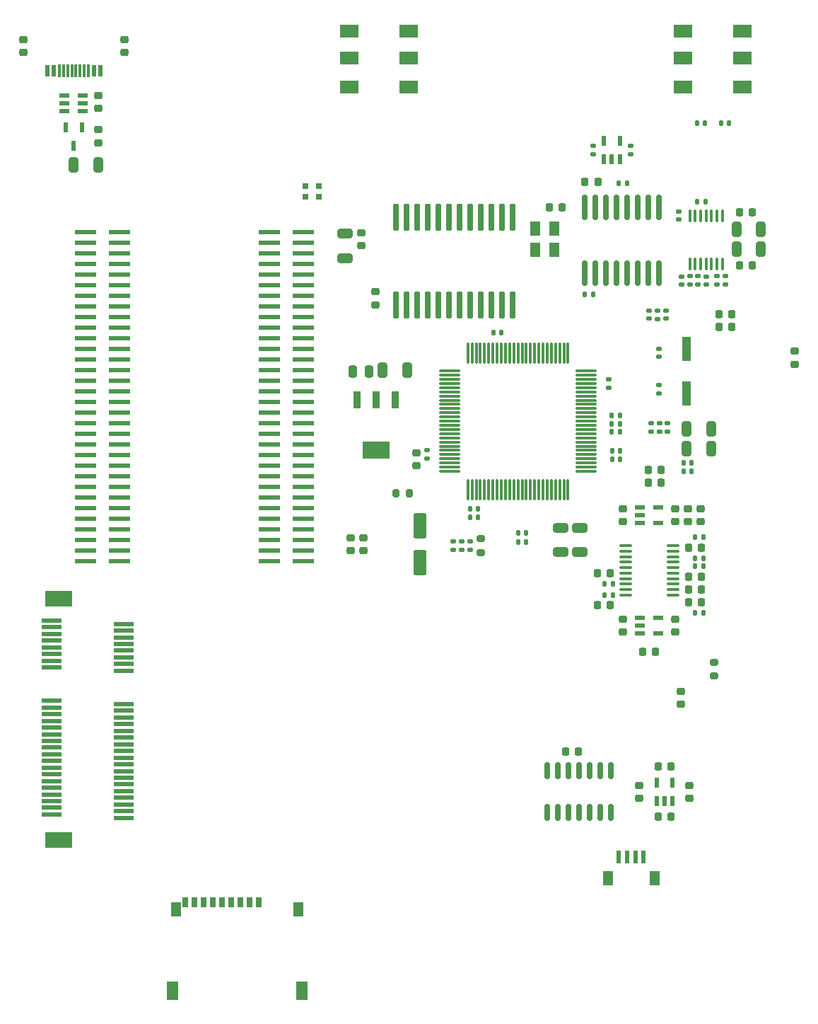
<source format=gtp>
G04 #@! TF.GenerationSoftware,KiCad,Pcbnew,9.0.0*
G04 #@! TF.CreationDate,2025-03-14T14:49:40-04:00*
G04 #@! TF.ProjectId,MiniCamel_long_rev.A,4d696e69-4361-46d6-956c-5f6c6f6e675f,2.1*
G04 #@! TF.SameCoordinates,PX16e3600PY6052340*
G04 #@! TF.FileFunction,Paste,Top*
G04 #@! TF.FilePolarity,Positive*
%FSLAX46Y46*%
G04 Gerber Fmt 4.6, Leading zero omitted, Abs format (unit mm)*
G04 Created by KiCad (PCBNEW 9.0.0) date 2025-03-14 14:49:40*
%MOMM*%
%LPD*%
G01*
G04 APERTURE LIST*
G04 Aperture macros list*
%AMRoundRect*
0 Rectangle with rounded corners*
0 $1 Rounding radius*
0 $2 $3 $4 $5 $6 $7 $8 $9 X,Y pos of 4 corners*
0 Add a 4 corners polygon primitive as box body*
4,1,4,$2,$3,$4,$5,$6,$7,$8,$9,$2,$3,0*
0 Add four circle primitives for the rounded corners*
1,1,$1+$1,$2,$3*
1,1,$1+$1,$4,$5*
1,1,$1+$1,$6,$7*
1,1,$1+$1,$8,$9*
0 Add four rect primitives between the rounded corners*
20,1,$1+$1,$2,$3,$4,$5,0*
20,1,$1+$1,$4,$5,$6,$7,0*
20,1,$1+$1,$6,$7,$8,$9,0*
20,1,$1+$1,$8,$9,$2,$3,0*%
G04 Aperture macros list end*
%ADD10RoundRect,0.250000X0.650000X-0.325000X0.650000X0.325000X-0.650000X0.325000X-0.650000X-0.325000X0*%
%ADD11RoundRect,0.225000X-0.225000X-0.250000X0.225000X-0.250000X0.225000X0.250000X-0.225000X0.250000X0*%
%ADD12RoundRect,0.140000X-0.170000X0.140000X-0.170000X-0.140000X0.170000X-0.140000X0.170000X0.140000X0*%
%ADD13RoundRect,0.140000X0.140000X0.170000X-0.140000X0.170000X-0.140000X-0.170000X0.140000X-0.170000X0*%
%ADD14RoundRect,0.225000X-0.250000X0.225000X-0.250000X-0.225000X0.250000X-0.225000X0.250000X0.225000X0*%
%ADD15RoundRect,0.225000X0.225000X0.250000X-0.225000X0.250000X-0.225000X-0.250000X0.225000X-0.250000X0*%
%ADD16RoundRect,0.135000X-0.135000X-0.185000X0.135000X-0.185000X0.135000X0.185000X-0.135000X0.185000X0*%
%ADD17R,2.200000X1.600000*%
%ADD18RoundRect,0.135000X-0.185000X0.135000X-0.185000X-0.135000X0.185000X-0.135000X0.185000X0.135000X0*%
%ADD19RoundRect,0.135000X0.185000X-0.135000X0.185000X0.135000X-0.185000X0.135000X-0.185000X-0.135000X0*%
%ADD20RoundRect,0.100000X-0.100000X0.637500X-0.100000X-0.637500X0.100000X-0.637500X0.100000X0.637500X0*%
%ADD21RoundRect,0.225000X0.250000X-0.225000X0.250000X0.225000X-0.250000X0.225000X-0.250000X-0.225000X0*%
%ADD22RoundRect,0.162500X0.162500X-1.462500X0.162500X1.462500X-0.162500X1.462500X-0.162500X-1.462500X0*%
%ADD23R,0.600000X1.200000*%
%ADD24RoundRect,0.200000X-0.200000X-0.275000X0.200000X-0.275000X0.200000X0.275000X-0.200000X0.275000X0*%
%ADD25RoundRect,0.140000X0.170000X-0.140000X0.170000X0.140000X-0.170000X0.140000X-0.170000X-0.140000X0*%
%ADD26R,1.200000X0.600000*%
%ADD27R,1.000000X3.000000*%
%ADD28RoundRect,0.140000X-0.140000X-0.170000X0.140000X-0.170000X0.140000X0.170000X-0.140000X0.170000X0*%
%ADD29R,0.950000X2.150000*%
%ADD30R,3.250000X2.150000*%
%ADD31RoundRect,0.135000X0.135000X0.185000X-0.135000X0.185000X-0.135000X-0.185000X0.135000X-0.185000X0*%
%ADD32RoundRect,0.100000X0.637500X0.100000X-0.637500X0.100000X-0.637500X-0.100000X0.637500X-0.100000X0*%
%ADD33R,2.400000X0.600000*%
%ADD34R,3.200000X1.900000*%
%ADD35RoundRect,0.162500X0.162500X-1.337500X0.162500X1.337500X-0.162500X1.337500X-0.162500X-1.337500X0*%
%ADD36RoundRect,0.250000X0.550000X-1.250000X0.550000X1.250000X-0.550000X1.250000X-0.550000X-1.250000X0*%
%ADD37RoundRect,0.075000X-0.075000X1.162500X-0.075000X-1.162500X0.075000X-1.162500X0.075000X1.162500X0*%
%ADD38RoundRect,0.075000X-1.162500X0.075000X-1.162500X-0.075000X1.162500X-0.075000X1.162500X0.075000X0*%
%ADD39R,0.700000X0.700000*%
%ADD40R,1.300000X1.800000*%
%ADD41R,1.200000X1.800000*%
%ADD42R,0.600000X1.550000*%
%ADD43RoundRect,0.200000X0.275000X-0.200000X0.275000X0.200000X-0.275000X0.200000X-0.275000X-0.200000X0*%
%ADD44R,2.600000X0.630000*%
%ADD45R,0.600000X1.440000*%
%ADD46R,0.300000X1.500000*%
%ADD47RoundRect,0.250000X0.325000X0.650000X-0.325000X0.650000X-0.325000X-0.650000X0.325000X-0.650000X0*%
%ADD48RoundRect,0.150000X-0.150000X0.825000X-0.150000X-0.825000X0.150000X-0.825000X0.150000X0.825000X0*%
%ADD49R,0.700000X1.300000*%
%ADD50R,1.400000X2.200000*%
%ADD51R,1.200000X1.700000*%
%ADD52RoundRect,0.250000X0.250000X0.475000X-0.250000X0.475000X-0.250000X-0.475000X0.250000X-0.475000X0*%
%ADD53RoundRect,0.250000X-0.325000X-0.650000X0.325000X-0.650000X0.325000X0.650000X-0.325000X0.650000X0*%
%ADD54RoundRect,0.250000X-0.650000X0.325000X-0.650000X-0.325000X0.650000X-0.325000X0.650000X0.325000X0*%
G04 APERTURE END LIST*
D10*
X83900000Y5635000D03*
X83900000Y8585000D03*
D11*
X95595000Y-19990000D03*
X97145000Y-19990000D03*
D12*
X73064871Y6910000D03*
X73064871Y5950000D03*
D13*
X74070000Y10830000D03*
X73110000Y10830000D03*
D14*
X100710000Y10860000D03*
X100710000Y9310000D03*
D15*
X86075000Y-18180000D03*
X84525000Y-18180000D03*
D16*
X100060000Y-1590000D03*
X101080000Y-1590000D03*
D13*
X99585000Y16325000D03*
X98625000Y16325000D03*
D17*
X58620000Y64780000D03*
X65720000Y64780000D03*
X58620000Y67980000D03*
X65720000Y67980000D03*
X58620000Y61280000D03*
X65720000Y61280000D03*
D18*
X87840000Y54250000D03*
X87840000Y53230000D03*
D14*
X111950000Y29695000D03*
X111950000Y28145000D03*
D19*
X96740000Y20070000D03*
X96740000Y21090000D03*
D12*
X67940000Y17830000D03*
X67940000Y16870000D03*
D16*
X90050000Y22020000D03*
X91070000Y22020000D03*
D19*
X92300000Y53230000D03*
X92300000Y54250000D03*
D11*
X88340000Y3120000D03*
X89890000Y3120000D03*
D13*
X76820000Y31960000D03*
X75860000Y31960000D03*
D20*
X103290090Y45862500D03*
X102640090Y45862500D03*
X101990090Y45862500D03*
X101340090Y45862500D03*
X100690090Y45862500D03*
X100040090Y45862500D03*
X99390090Y45862500D03*
X99390090Y40137500D03*
X100040090Y40137500D03*
X100690090Y40137500D03*
X101340090Y40137500D03*
X101990090Y40137500D03*
X102640090Y40137500D03*
X103290090Y40137500D03*
D21*
X97675000Y9310000D03*
X97675000Y10860000D03*
D22*
X64220000Y35240000D03*
X65490000Y35240000D03*
X66760000Y35240000D03*
X68030000Y35240000D03*
X69300000Y35240000D03*
X70570000Y35240000D03*
X71840000Y35240000D03*
X73110000Y35240000D03*
X74380000Y35240000D03*
X75650000Y35240000D03*
X76920000Y35240000D03*
X78190000Y35240000D03*
X78190000Y45690000D03*
X76920000Y45690000D03*
X75650000Y45690000D03*
X74380000Y45690000D03*
X73110000Y45690000D03*
X71840000Y45690000D03*
X70570000Y45690000D03*
X69300000Y45690000D03*
X68030000Y45690000D03*
X66760000Y45690000D03*
X65490000Y45690000D03*
X64220000Y45690000D03*
D18*
X103650000Y38670000D03*
X103650000Y37650000D03*
D23*
X89120000Y52640000D03*
X90070000Y52640000D03*
X91020000Y52640000D03*
X91020000Y54840000D03*
X89120000Y54840000D03*
D24*
X64205000Y12740000D03*
X65855000Y12740000D03*
D25*
X95680000Y29020000D03*
X95680000Y29980000D03*
D21*
X61720000Y35255000D03*
X61720000Y36805000D03*
D26*
X93447500Y-2185000D03*
X93447500Y-3135000D03*
X93447500Y-4085000D03*
X95647500Y-4085000D03*
X95647500Y-2185000D03*
X93447500Y11035000D03*
X93447500Y10085000D03*
X93447500Y9135000D03*
X95647500Y9135000D03*
X95647500Y11035000D03*
D13*
X99585000Y15350000D03*
X98625000Y15350000D03*
D12*
X98060000Y46420000D03*
X98060000Y45460000D03*
D21*
X31687500Y65445000D03*
X31687500Y66995000D03*
D15*
X89895000Y-710000D03*
X88345000Y-710000D03*
X96000000Y15510000D03*
X94450000Y15510000D03*
D21*
X28600000Y58745000D03*
X28600000Y60295000D03*
D17*
X98610000Y64780000D03*
X105710000Y64780000D03*
X98610000Y67980000D03*
X105710000Y67980000D03*
X98610000Y61280000D03*
X105710000Y61280000D03*
D11*
X102865000Y34150000D03*
X104415000Y34150000D03*
D27*
X98970000Y24660000D03*
X98970000Y30000000D03*
D18*
X95540000Y34570000D03*
X95540000Y33550000D03*
D28*
X73110000Y9850000D03*
X74070000Y9850000D03*
D21*
X97675000Y-3910000D03*
X97675000Y-2360000D03*
D12*
X101380000Y38620000D03*
X101380000Y37660000D03*
D29*
X64110000Y23910000D03*
X61810000Y23910000D03*
D30*
X61810000Y17860000D03*
D29*
X59510000Y23910000D03*
D31*
X90200000Y550000D03*
X89180000Y550000D03*
D15*
X96000000Y13990000D03*
X94450000Y13990000D03*
D28*
X90080000Y16770000D03*
X91040000Y16770000D03*
D16*
X100060000Y3970000D03*
X101080000Y3970000D03*
D15*
X88385000Y49960000D03*
X86835000Y49960000D03*
D32*
X97410000Y550000D03*
X97410000Y1200000D03*
X97410000Y1850000D03*
X97410000Y2500000D03*
X97410000Y3150000D03*
X97410000Y3800000D03*
X97410000Y4450000D03*
X97410000Y5100000D03*
X97410000Y5750000D03*
X97410000Y6400000D03*
X91685000Y6400000D03*
X91685000Y5750000D03*
X91685000Y5100000D03*
X91685000Y4450000D03*
X91685000Y3800000D03*
X91685000Y3150000D03*
X91685000Y2500000D03*
X91685000Y1850000D03*
X91685000Y1200000D03*
X91685000Y550000D03*
D33*
X23010000Y-2530000D03*
X31610000Y-2930000D03*
X23010000Y-3330000D03*
X31610000Y-3730000D03*
X23010000Y-4130000D03*
X31610000Y-4530000D03*
X23010000Y-4930000D03*
X31610000Y-5330000D03*
X23010000Y-5730000D03*
X31610000Y-6130000D03*
X23010000Y-6530000D03*
X31610000Y-6930000D03*
X23010000Y-7330000D03*
X31610000Y-7730000D03*
X23010000Y-8130000D03*
X31610000Y-8530000D03*
X23010000Y-12130000D03*
X31610000Y-12530000D03*
X23010000Y-12930000D03*
X31610000Y-13330000D03*
X23010000Y-13730000D03*
X31610000Y-14130000D03*
X23010000Y-14530000D03*
X31610000Y-14930000D03*
X23010000Y-15330000D03*
X31610000Y-15730000D03*
X23010000Y-16130000D03*
X31610000Y-16530000D03*
X23010000Y-16930000D03*
X31610000Y-17330000D03*
X23010000Y-17730000D03*
X31610000Y-18130000D03*
X23010000Y-18530000D03*
X31610000Y-18930000D03*
X23010000Y-19330000D03*
X31610000Y-19730000D03*
X23010000Y-20130000D03*
X31610000Y-20530000D03*
X23010000Y-20930000D03*
X31610000Y-21330000D03*
X23010000Y-21730000D03*
X31610000Y-22130000D03*
X23010000Y-22530000D03*
X31610000Y-22930000D03*
X23010000Y-23330000D03*
X31610000Y-23730000D03*
X23010000Y-24130000D03*
X31610000Y-24530000D03*
X23010000Y-24930000D03*
X31610000Y-25330000D03*
X23010000Y-25730000D03*
X31610000Y-26130000D03*
D34*
X23810000Y120000D03*
X23810000Y-28780000D03*
D35*
X86855000Y39050000D03*
X88125000Y39050000D03*
X89395000Y39050000D03*
X90665000Y39050000D03*
X91935000Y39050000D03*
X93205000Y39050000D03*
X94475000Y39050000D03*
X95745000Y39050000D03*
X95745000Y46950000D03*
X94475000Y46950000D03*
X93205000Y46950000D03*
X91935000Y46950000D03*
X90665000Y46950000D03*
X89395000Y46950000D03*
X88125000Y46950000D03*
X86855000Y46950000D03*
D21*
X91420000Y-3910000D03*
X91420000Y-2360000D03*
D15*
X106890000Y46275000D03*
X105340000Y46275000D03*
D12*
X96530000Y34540000D03*
X96530000Y33580000D03*
D23*
X26590000Y56510000D03*
X25640000Y54310000D03*
X24690000Y56510000D03*
D21*
X91420000Y9310000D03*
X91420000Y10860000D03*
D15*
X106890000Y39950000D03*
X105340000Y39950000D03*
D36*
X67075000Y4404000D03*
X67075000Y8804000D03*
D21*
X60300000Y5850000D03*
X60300000Y7400000D03*
D28*
X78830000Y6900000D03*
X79790000Y6900000D03*
D37*
X84822500Y29492500D03*
X84322500Y29492500D03*
X83822500Y29492500D03*
X83322500Y29492500D03*
X82822500Y29492500D03*
X82322500Y29492500D03*
X81822500Y29492500D03*
X81322500Y29492500D03*
X80822500Y29492500D03*
X80322500Y29492500D03*
X79822500Y29492500D03*
X79322500Y29492500D03*
X78822500Y29492500D03*
X78322500Y29492500D03*
X77822500Y29492500D03*
X77322500Y29492500D03*
X76822500Y29492500D03*
X76322500Y29492500D03*
X75822500Y29492500D03*
X75322500Y29492500D03*
X74822500Y29492500D03*
X74322500Y29492500D03*
X73822500Y29492500D03*
X73322500Y29492500D03*
X72822500Y29492500D03*
D38*
X70660000Y27330000D03*
X70660000Y26830000D03*
X70660000Y26330000D03*
X70660000Y25830000D03*
X70660000Y25330000D03*
X70660000Y24830000D03*
X70660000Y24330000D03*
X70660000Y23830000D03*
X70660000Y23330000D03*
X70660000Y22830000D03*
X70660000Y22330000D03*
X70660000Y21830000D03*
X70660000Y21330000D03*
X70660000Y20830000D03*
X70660000Y20330000D03*
X70660000Y19830000D03*
X70660000Y19330000D03*
X70660000Y18830000D03*
X70660000Y18330000D03*
X70660000Y17830000D03*
X70660000Y17330000D03*
X70660000Y16830000D03*
X70660000Y16330000D03*
X70660000Y15830000D03*
X70660000Y15330000D03*
D37*
X72822500Y13167500D03*
X73322500Y13167500D03*
X73822500Y13167500D03*
X74322500Y13167500D03*
X74822500Y13167500D03*
X75322500Y13167500D03*
X75822500Y13167500D03*
X76322500Y13167500D03*
X76822500Y13167500D03*
X77322500Y13167500D03*
X77822500Y13167500D03*
X78322500Y13167500D03*
X78822500Y13167500D03*
X79322500Y13167500D03*
X79822500Y13167500D03*
X80322500Y13167500D03*
X80822500Y13167500D03*
X81322500Y13167500D03*
X81822500Y13167500D03*
X82322500Y13167500D03*
X82822500Y13167500D03*
X83322500Y13167500D03*
X83822500Y13167500D03*
X84322500Y13167500D03*
X84822500Y13167500D03*
D38*
X86985000Y15330000D03*
X86985000Y15830000D03*
X86985000Y16330000D03*
X86985000Y16830000D03*
X86985000Y17330000D03*
X86985000Y17830000D03*
X86985000Y18330000D03*
X86985000Y18830000D03*
X86985000Y19330000D03*
X86985000Y19830000D03*
X86985000Y20330000D03*
X86985000Y20830000D03*
X86985000Y21330000D03*
X86985000Y21830000D03*
X86985000Y22330000D03*
X86985000Y22830000D03*
X86985000Y23330000D03*
X86985000Y23830000D03*
X86985000Y24330000D03*
X86985000Y24830000D03*
X86985000Y25330000D03*
X86985000Y25830000D03*
X86985000Y26330000D03*
X86985000Y26830000D03*
X86985000Y27330000D03*
D31*
X91930000Y49820000D03*
X90910000Y49820000D03*
D21*
X19602500Y65445000D03*
X19602500Y66995000D03*
D12*
X71084871Y6910000D03*
X71084871Y5950000D03*
D16*
X90050000Y20040000D03*
X91070000Y20040000D03*
D39*
X55012500Y48178203D03*
X53412500Y48178203D03*
X53412500Y49478203D03*
X55012500Y49478203D03*
D40*
X83160000Y41790000D03*
X83160000Y44330000D03*
X80860000Y44330000D03*
X80860000Y41790000D03*
D41*
X95170000Y-33380000D03*
D42*
X93870000Y-30855000D03*
D41*
X89570000Y-33380000D03*
D42*
X92870000Y-30855000D03*
X91870000Y-30855000D03*
X90870000Y-30855000D03*
D13*
X101198533Y57000000D03*
X100238533Y57000000D03*
D11*
X99225000Y1190000D03*
X100775000Y1190000D03*
D26*
X24540000Y60310000D03*
X24540000Y59360000D03*
X24540000Y58410000D03*
X26740000Y58410000D03*
X26740000Y59360000D03*
X26740000Y60310000D03*
D43*
X74335000Y5605000D03*
X74335000Y7255000D03*
D44*
X27030000Y43970000D03*
X31130000Y43970000D03*
X27030000Y42700000D03*
X31130000Y42700000D03*
X27030000Y41430000D03*
X31130000Y41430000D03*
X27030000Y40160000D03*
X31130000Y40160000D03*
X27030000Y38890000D03*
X31130000Y38890000D03*
X27030000Y37620000D03*
X31130000Y37620000D03*
X27030000Y36350000D03*
X31130000Y36350000D03*
X27030000Y35080000D03*
X31130000Y35080000D03*
X27030000Y33810000D03*
X31130000Y33810000D03*
X27030000Y32540000D03*
X31130000Y32540000D03*
X27030000Y31270000D03*
X31130000Y31270000D03*
X27030000Y30000000D03*
X31130000Y30000000D03*
X27030000Y28730000D03*
X31130000Y28730000D03*
X27030000Y27460000D03*
X31130000Y27460000D03*
X27030000Y26190000D03*
X31130000Y26190000D03*
X27030000Y24920000D03*
X31130000Y24920000D03*
X27030000Y23650000D03*
X31130000Y23650000D03*
X27030000Y22380000D03*
X31130000Y22380000D03*
X27030000Y21110000D03*
X31130000Y21110000D03*
X27030000Y19840000D03*
X31130000Y19840000D03*
X27030000Y18570000D03*
X31130000Y18570000D03*
X27030000Y17300000D03*
X31130000Y17300000D03*
X27030000Y16030000D03*
X31130000Y16030000D03*
X27030000Y14760000D03*
X31130000Y14760000D03*
X27030000Y13490000D03*
X31130000Y13490000D03*
X27030000Y12220000D03*
X31130000Y12220000D03*
X27030000Y10950000D03*
X31130000Y10950000D03*
X27030000Y9680000D03*
X31130000Y9680000D03*
X27030000Y8410000D03*
X31130000Y8410000D03*
X27030000Y7140000D03*
X31130000Y7140000D03*
X27030000Y5870000D03*
X31130000Y5870000D03*
X27030000Y4600000D03*
X31130000Y4600000D03*
X49030000Y43970000D03*
X53130000Y43970000D03*
X49030000Y42700000D03*
X53130000Y42700000D03*
X49030000Y41430000D03*
X53130000Y41430000D03*
X49030000Y40160000D03*
X53130000Y40160000D03*
X49030000Y38890000D03*
X53130000Y38890000D03*
X49030000Y37620000D03*
X53130000Y37620000D03*
X49030000Y36350000D03*
X53130000Y36350000D03*
X49030000Y35080000D03*
X53130000Y35080000D03*
X49030000Y33810000D03*
X53130000Y33810000D03*
X49030000Y32540000D03*
X53130000Y32530000D03*
X49030000Y31270000D03*
X53130000Y31270000D03*
X49030000Y30000000D03*
X53130000Y30000000D03*
X49030000Y28730000D03*
X53130000Y28730000D03*
X49030000Y27460000D03*
X53130000Y27460000D03*
X49030000Y26190000D03*
X53130000Y26190000D03*
X49030000Y24920000D03*
X53130000Y24920000D03*
X49030000Y23650000D03*
X53130000Y23650000D03*
X49030000Y22380000D03*
X53130000Y22380000D03*
X49030000Y21110000D03*
X53130000Y21110000D03*
X49030000Y19840000D03*
X53130000Y19840000D03*
X49030000Y18570000D03*
X53130000Y18570000D03*
X49030000Y17300000D03*
X53130000Y17300000D03*
X49030000Y16030000D03*
X53130000Y16030000D03*
X49030000Y14760000D03*
X53130000Y14760000D03*
X49030000Y13490000D03*
X53130000Y13490000D03*
X49030000Y12220000D03*
X53130000Y12220000D03*
X49030000Y10950000D03*
X53130000Y10950000D03*
X49030000Y9680000D03*
X53130000Y9680000D03*
X49030000Y8410000D03*
X53130000Y8410000D03*
X49030000Y7140000D03*
X53130000Y7140000D03*
X49030000Y5870000D03*
X53130000Y5870000D03*
X49030000Y4600000D03*
X53130000Y4600000D03*
D11*
X99225000Y-340000D03*
X100775000Y-340000D03*
D45*
X28845000Y63260000D03*
X28045000Y63260000D03*
D46*
X26895000Y63290000D03*
X25895000Y63290000D03*
X25395000Y63290000D03*
X24395000Y63290000D03*
D45*
X23245000Y63260000D03*
X22445000Y63260000D03*
D46*
X23895000Y63290000D03*
X24895000Y63290000D03*
X26395000Y63290000D03*
X27395000Y63290000D03*
D14*
X99190000Y10860000D03*
X99190000Y9310000D03*
D12*
X72074871Y6910000D03*
X72074871Y5950000D03*
D47*
X101975000Y18050000D03*
X99025000Y18050000D03*
D14*
X99380000Y-22225000D03*
X99380000Y-23775000D03*
D16*
X100060000Y7470000D03*
X101080000Y7470000D03*
D18*
X94760000Y21090000D03*
X94760000Y20070000D03*
D48*
X89950000Y-20525000D03*
X88680000Y-20525000D03*
X87410000Y-20525000D03*
X86140000Y-20525000D03*
X84870000Y-20525000D03*
X83600000Y-20525000D03*
X82330000Y-20525000D03*
X82330000Y-25475000D03*
X83600000Y-25475000D03*
X84870000Y-25475000D03*
X86140000Y-25475000D03*
X87410000Y-25475000D03*
X88680000Y-25475000D03*
X89950000Y-25475000D03*
D21*
X98360000Y-12535000D03*
X98360000Y-10985000D03*
D49*
X47780000Y-36230000D03*
X46680000Y-36230000D03*
X45580000Y-36230000D03*
X44480000Y-36230000D03*
X43380000Y-36230000D03*
X42280000Y-36230000D03*
X41180000Y-36230000D03*
X40080000Y-36230000D03*
X38980000Y-36230000D03*
D50*
X37460000Y-46780000D03*
D51*
X37880000Y-37080000D03*
X52560000Y-37080000D03*
D50*
X52980000Y-46780000D03*
D16*
X100310000Y47590000D03*
X101330000Y47590000D03*
D11*
X99225000Y6200000D03*
X100775000Y6200000D03*
D10*
X86260000Y5635000D03*
X86260000Y8585000D03*
D23*
X95420000Y-24100000D03*
X96370000Y-24100000D03*
X97320000Y-24100000D03*
X97320000Y-21900000D03*
X95420000Y-21900000D03*
D47*
X101975000Y20425000D03*
X99025000Y20425000D03*
D19*
X99390000Y37650000D03*
X99390000Y38670000D03*
D52*
X60980000Y27230000D03*
X59080000Y27230000D03*
D14*
X66680000Y17545000D03*
X66680000Y15995000D03*
D53*
X104975000Y44325000D03*
X107925000Y44325000D03*
D18*
X95750000Y21090000D03*
X95750000Y20070000D03*
D16*
X89180000Y1860000D03*
X90200000Y1860000D03*
D53*
X104975000Y41900000D03*
X107925000Y41900000D03*
D14*
X58760000Y7400000D03*
X58760000Y5850000D03*
D12*
X95670000Y25630000D03*
X95670000Y24670000D03*
D53*
X25635000Y52030000D03*
X28585000Y52030000D03*
X62610000Y27400000D03*
X65560000Y27400000D03*
D11*
X82575000Y46870000D03*
X84125000Y46870000D03*
D21*
X93360000Y-23775000D03*
X93360000Y-22225000D03*
X28601429Y54635000D03*
X28601429Y56185000D03*
D16*
X100060000Y4950000D03*
X101080000Y4950000D03*
D14*
X60060000Y43894618D03*
X60060000Y42344618D03*
D43*
X102320000Y-9180000D03*
X102320000Y-7530000D03*
D16*
X90050000Y21030000D03*
X91070000Y21030000D03*
D28*
X103121467Y57000000D03*
X104081467Y57000000D03*
D12*
X89660000Y26320000D03*
X89660000Y25360000D03*
D13*
X91040000Y17750000D03*
X90080000Y17750000D03*
D15*
X95322500Y-6262500D03*
X93772500Y-6262500D03*
D13*
X79790000Y7920000D03*
X78830000Y7920000D03*
D54*
X58120000Y43780000D03*
X58120000Y40830000D03*
D19*
X102650000Y37650000D03*
X102650000Y38670000D03*
D11*
X95595000Y-26010000D03*
X97145000Y-26010000D03*
D12*
X98400000Y38620000D03*
X98400000Y37660000D03*
D11*
X99225000Y2720000D03*
X100775000Y2720000D03*
D18*
X100390000Y38670000D03*
X100390000Y37650000D03*
D12*
X94550000Y34540000D03*
X94550000Y33580000D03*
D15*
X104415000Y32620000D03*
X102865000Y32620000D03*
D31*
X87870000Y36530000D03*
X86850000Y36530000D03*
M02*

</source>
